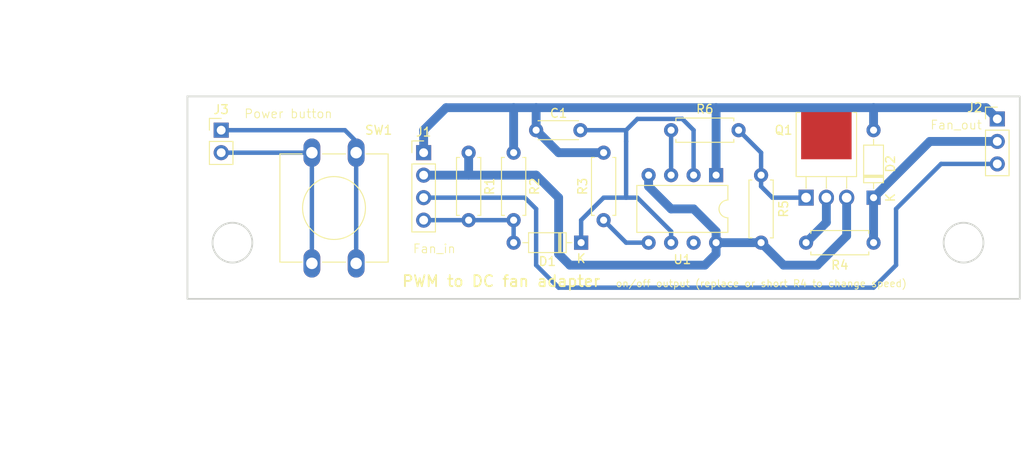
<source format=kicad_pcb>
(kicad_pcb (version 20240108) (generator "pcbnew") (generator_version "8.0")
  (layers (0 "F.Cu" signal) (31 "B.Cu" signal) (34 "B.Paste" user) (35 "F.Paste" user) (36 "B.SilkS" user "B.Silkscreen") (37 "F.SilkS" user "F.Silkscreen") (38 "B.Mask" user) (39 "F.Mask" user) (44 "Edge.Cuts" user))
  (net 0 "")
  (net 1 "Net-(D1-K)")
  (net 2 "GND")
  (net 3 "/PWM")
  (net 4 "/RPM")
  (net 5 "+12V")
  (net 6 "Net-(Q1-G)")
  (net 7 "Net-(Q1-D)")
  (net 8 "Net-(U1-CV)")
  (net 9 "Net-(U1-Q)")
  (net 11 "Net-(D2-K)")
  (net 12 "Net-(J3-Pin_1)")
  (net 13 "Net-(J3-Pin_2)")
  (footprint "Resistor_THT:R_Axial_DIN0207_L6.3mm_D2.5mm_P7.62mm_Horizontal" (layer "F.Cu") (at 139.7 53.34)
    (property "Reference" "R4" (at 3.81 2.54 0) (layer "F.SilkS"))
    (property "Value" "68")
    (fp_line (start 0.54 -1.37) (end 7.08 -1.37) (stroke (width 0.12)) (layer "F.SilkS"))
    (fp_line (start 0.54 -1.04) (end 0.54 -1.37) (stroke (width 0.12)) (layer "F.SilkS"))
    (fp_line (start 0.54 1.04) (end 0.54 1.37) (stroke (width 0.12)) (layer "F.SilkS"))
    (fp_line (start 0.54 1.37) (end 7.08 1.37) (stroke (width 0.12)) (layer "F.SilkS"))
    (fp_line (start 7.08 -1.37) (end 7.08 -1.04) (stroke (width 0.12)) (layer "F.SilkS"))
    (fp_line (start 7.08 1.37) (end 7.08 1.04) (stroke (width 0.12)) (layer "F.SilkS"))
    (pad "1" thru_hole circle (at 0 0) (size 1.6 1.6) (drill 0.8) (layers "*.Cu" "*.Mask") (net 7 "Net-(Q1-D)"))
    (pad "2" thru_hole oval (at 7.62 0) (size 1.6 1.6) (drill 0.8) (layers "*.Cu" "*.Mask") (net 11 "Net-(D2-K)"))
  )
  (footprint "Resistor_THT:R_Axial_DIN0207_L6.3mm_D2.5mm_P7.62mm_Horizontal" (layer "F.Cu") (at 124.46 40.64)
    (property "Reference" "R6" (at 3.81 -2.37 0) (layer "F.SilkS"))
    (property "Value" "10K")
    (fp_line (start 0.54 -1.37) (end 7.08 -1.37) (stroke (width 0.12)) (layer "F.SilkS"))
    (fp_line (start 0.54 -1.04) (end 0.54 -1.37) (stroke (width 0.12)) (layer "F.SilkS"))
    (fp_line (start 0.54 1.04) (end 0.54 1.37) (stroke (width 0.12)) (layer "F.SilkS"))
    (fp_line (start 0.54 1.37) (end 7.08 1.37) (stroke (width 0.12)) (layer "F.SilkS"))
    (fp_line (start 7.08 -1.37) (end 7.08 -1.04) (stroke (width 0.12)) (layer "F.SilkS"))
    (fp_line (start 7.08 1.37) (end 7.08 1.04) (stroke (width 0.12)) (layer "F.SilkS"))
    (pad "1" thru_hole circle (at 0 0) (size 1.6 1.6) (drill 0.8) (layers "*.Cu" "*.Mask") (net 9 "Net-(U1-Q)"))
    (pad "2" thru_hole oval (at 7.62 0) (size 1.6 1.6) (drill 0.8) (layers "*.Cu" "*.Mask") (net 6 "Net-(Q1-G)"))
  )
  (footprint "Diode_THT:D_DO-35_SOD27_P7.62mm_Horizontal" (layer "F.Cu") (at 114.3 53.34 180)
    (property "Reference" "D1" (at 3.81 -2.12 0) (layer "F.SilkS"))
    (property "Value" "D_Schottky")
    (fp_line (start 6.58 0) (end 5.93 0) (stroke (width 0.12)) (layer "F.SilkS"))
    (fp_line (start 5.93 1.12) (end 5.93 -1.12) (stroke (width 0.12)) (layer "F.SilkS"))
    (fp_line (start 5.93 -1.12) (end 1.69 -1.12) (stroke (width 0.12)) (layer "F.SilkS"))
    (fp_line (start 2.53 -1.12) (end 2.53 1.12) (stroke (width 0.12)) (layer "F.SilkS"))
    (fp_line (start 2.41 -1.12) (end 2.41 1.12) (stroke (width 0.12)) (layer "F.SilkS"))
    (fp_line (start 2.29 -1.12) (end 2.29 1.12) (stroke (width 0.12)) (layer "F.SilkS"))
    (fp_line (start 1.69 1.12) (end 5.93 1.12) (stroke (width 0.12)) (layer "F.SilkS"))
    (fp_line (start 1.69 -1.12) (end 1.69 1.12) (stroke (width 0.12)) (layer "F.SilkS"))
    (fp_line (start 1.04 0) (end 1.69 0) (stroke (width 0.12)) (layer "F.SilkS"))
    (fp_text user "K" (at 0 -1.8 0) (layer "F.SilkS"))
    (pad "1" thru_hole rect (at 0 0 180) (size 1.6 1.6) (drill 0.8) (layers "*.Cu" "*.Mask") (net 1 "Net-(D1-K)"))
    (pad "2" thru_hole oval (at 7.62 0 180) (size 1.6 1.6) (drill 0.8) (layers "*.Cu" "*.Mask") (net 3 "/PWM"))
  )
  (footprint "Package_DIP:DIP-8_W7.62mm" (layer "F.Cu") (at 129.54 45.72 -90)
    (property "Reference" "U1" (at 9.525 3.81 180) (layer "F.SilkS"))
    (property "Value" "SA555P")
    (fp_line (start 1.16 8.95) (end 6.46 8.95) (stroke (width 0.12)) (layer "F.SilkS"))
    (fp_line (start 6.46 8.95) (end 6.46 -1.33) (stroke (width 0.12)) (layer "F.SilkS"))
    (fp_line (start 1.16 -1.33) (end 1.16 8.95) (stroke (width 0.12)) (layer "F.SilkS"))
    (fp_line (start 2.81 -1.33) (end 1.16 -1.33) (stroke (width 0.12)) (layer "F.SilkS"))
    (fp_line (start 6.46 -1.33) (end 4.81 -1.33) (stroke (width 0.12)) (layer "F.SilkS"))
    (fp_arc (start 4.81 -1.33) (mid 3.81 -0.33) (end 2.81 -1.33) (stroke (width 0.12)) (layer "F.SilkS"))
    (pad "1" thru_hole rect (at 0 0 270) (size 1.6 1.6) (drill 0.8) (layers "*.Cu" "*.Mask") (net 2 "GND"))
    (pad "2" thru_hole oval (at 0 2.54 270) (size 1.6 1.6) (drill 0.8) (layers "*.Cu" "*.Mask") (net 1 "Net-(D1-K)"))
    (pad "3" thru_hole oval (at 0 5.08 270) (size 1.6 1.6) (drill 0.8) (layers "*.Cu" "*.Mask") (net 9 "Net-(U1-Q)"))
    (pad "4" thru_hole oval (at 0 7.62 270) (size 1.6 1.6) (drill 0.8) (layers "*.Cu" "*.Mask") (net 5 "+12V"))
    (pad "5" thru_hole oval (at 7.62 7.62 270) (size 1.6 1.6) (drill 0.8) (layers "*.Cu" "*.Mask") (net 8 "Net-(U1-CV)"))
    (pad "6" thru_hole oval (at 7.62 5.08 270) (size 1.6 1.6) (drill 0.8) (layers "*.Cu" "*.Mask") (net 1 "Net-(D1-K)"))
    (pad "7" thru_hole oval (at 7.62 2.54 270) (size 1.6 1.6) (drill 0.8) (layers "*.Cu" "*.Mask"))
    (pad "8" thru_hole oval (at 7.62 0 270) (size 1.6 1.6) (drill 0.8) (layers "*.Cu" "*.Mask") (net 5 "+12V"))
  )
  (footprint "Resistor_THT:R_Axial_DIN0207_L6.3mm_D2.5mm_P7.62mm_Horizontal" (layer "F.Cu") (at 134.62 53.34 90)
    (property "Reference" "R5" (at 3.81 2.54 90) (layer "F.SilkS"))
    (property "Value" "10K")
    (fp_line (start 7.08 -1.37) (end 7.08 -1.04) (stroke (width 0.12)) (layer "F.SilkS"))
    (fp_line (start 0.54 -1.37) (end 7.08 -1.37) (stroke (width 0.12)) (layer "F.SilkS"))
    (fp_line (start 0.54 -1.04) (end 0.54 -1.37) (stroke (width 0.12)) (layer "F.SilkS"))
    (fp_line (start 0.54 1.04) (end 0.54 1.37) (stroke (width 0.12)) (layer "F.SilkS"))
    (fp_line (start 7.08 1.37) (end 7.08 1.04) (stroke (width 0.12)) (layer "F.SilkS"))
    (fp_line (start 0.54 1.37) (end 7.08 1.37) (stroke (width 0.12)) (layer "F.SilkS"))
    (pad "1" thru_hole circle (at 0 0 90) (size 1.6 1.6) (drill 0.8) (layers "*.Cu" "*.Mask") (net 5 "+12V"))
    (pad "2" thru_hole oval (at 7.62 0 90) (size 1.6 1.6) (drill 0.8) (layers "*.Cu" "*.Mask") (net 6 "Net-(Q1-G)"))
  )
  (footprint "Resistor_THT:R_Axial_DIN0207_L6.3mm_D2.5mm_P7.62mm_Horizontal" (layer "F.Cu") (at 116.84 50.8 90)
    (property "Reference" "R3" (at 3.81 -2.37 90) (layer "F.SilkS"))
    (property "Value" "1.5K")
    (fp_line (start 7.08 -1.37) (end 7.08 -1.04) (stroke (width 0.12)) (layer "F.SilkS"))
    (fp_line (start 0.54 -1.37) (end 7.08 -1.37) (stroke (width 0.12)) (layer "F.SilkS"))
    (fp_line (start 0.54 -1.04) (end 0.54 -1.37) (stroke (width 0.12)) (layer "F.SilkS"))
    (fp_line (start 0.54 1.04) (end 0.54 1.37) (stroke (width 0.12)) (layer "F.SilkS"))
    (fp_line (start 7.08 1.37) (end 7.08 1.04) (stroke (width 0.12)) (layer "F.SilkS"))
    (fp_line (start 0.54 1.37) (end 7.08 1.37) (stroke (width 0.12)) (layer "F.SilkS"))
    (pad "1" thru_hole circle (at 0 0 90) (size 1.6 1.6) (drill 0.8) (layers "*.Cu" "*.Mask") (net 8 "Net-(U1-CV)"))
    (pad "2" thru_hole oval (at 7.62 0 90) (size 1.6 1.6) (drill 0.8) (layers "*.Cu" "*.Mask") (net 2 "GND"))
  )
  (footprint "Connector_PinHeader_2.54mm:PinHeader_1x04_P2.54mm_Vertical" (layer "F.Cu") (at 96.52 43.18)
    (property "Reference" "J1" (at 0 -2.33 0) (layer "F.SilkS"))
    (property "Value" "Fan_in")
    (fp_line (start -1.33 -1.33) (end 0 -1.33) (stroke (width 0.12)) (layer "F.SilkS"))
    (fp_line (start -1.33 0) (end -1.33 -1.33) (stroke (width 0.12)) (layer "F.SilkS"))
    (fp_line (start -1.33 1.27) (end -1.33 8.95) (stroke (width 0.12)) (layer "F.SilkS"))
    (fp_line (start -1.33 1.27) (end 1.33 1.27) (stroke (width 0.12)) (layer "F.SilkS"))
    (fp_line (start -1.33 8.95) (end 1.33 8.95) (stroke (width 0.12)) (layer "F.SilkS"))
    (fp_line (start 1.33 1.27) (end 1.33 8.95) (stroke (width 0.12)) (layer "F.SilkS"))
    (pad "1" thru_hole rect (at 0 0) (size 1.7 1.7) (drill 1) (layers "*.Cu" "*.Mask") (net 2 "GND"))
    (pad "2" thru_hole oval (at 0 2.54) (size 1.7 1.7) (drill 1) (layers "*.Cu" "*.Mask") (net 5 "+12V"))
    (pad "3" thru_hole oval (at 0 5.08) (size 1.7 1.7) (drill 1) (layers "*.Cu" "*.Mask") (net 4 "/RPM"))
    (pad "4" thru_hole oval (at 0 7.62) (size 1.7 1.7) (drill 1) (layers "*.Cu" "*.Mask") (net 3 "/PWM"))
  )
  (footprint "Connector_PinHeader_2.54mm:PinHeader_1x03_P2.54mm_Vertical" (layer "F.Cu") (at 161.29 39.37)
    (property "Reference" "J2" (at -2.54 -1.27 0) (layer "F.SilkS"))
    (property "Value" "Fan_out")
    (fp_line (start -1.33 -1.33) (end 0 -1.33) (stroke (width 0.12)) (layer "F.SilkS"))
    (fp_line (start -1.33 0) (end -1.33 -1.33) (stroke (width 0.12)) (layer "F.SilkS"))
    (fp_line (start -1.33 1.27) (end -1.33 6.41) (stroke (width 0.12)) (layer "F.SilkS"))
    (fp_line (start -1.33 1.27) (end 1.33 1.27) (stroke (width 0.12)) (layer "F.SilkS"))
    (fp_line (start -1.33 6.41) (end 1.33 6.41) (stroke (width 0.12)) (layer "F.SilkS"))
    (fp_line (start 1.33 1.27) (end 1.33 6.41) (stroke (width 0.12)) (layer "F.SilkS"))
    (pad "1" thru_hole rect (at 0 0) (size 1.7 1.7) (drill 1) (layers "*.Cu" "*.Mask") (net 2 "GND"))
    (pad "2" thru_hole oval (at 0 2.54) (size 1.7 1.7) (drill 1) (layers "*.Cu" "*.Mask") (net 11 "Net-(D2-K)"))
    (pad "3" thru_hole oval (at 0 5.08) (size 1.7 1.7) (drill 1) (layers "*.Cu" "*.Mask") (net 4 "/RPM"))
  )
  (footprint "Button_Switch_THT:SW_PUSH-12mm" (layer "F.Cu") (at 83.9 55.68 90)
    (property "Reference" "SW1" (at 15.04 7.54 180) (layer "F.SilkS"))
    (property "Value" "SW_Power")
    (fp_line (start 12.36 -3.61) (end 12.36 -1.1) (stroke (width 0.12)) (layer "F.SilkS"))
    (fp_line (start 0.14 -3.61) (end 12.36 -3.61) (stroke (width 0.12)) (layer "F.SilkS"))
    (fp_line (start 0.14 -3.61) (end 0.14 -1.1) (stroke (width 0.12)) (layer "F.SilkS"))
    (fp_line (start 12.36 1.2) (end 12.36 3.8) (stroke (width 0.12)) (layer "F.SilkS"))
    (fp_line (start 0.14 1.2) (end 0.14 3.8) (stroke (width 0.12)) (layer "F.SilkS"))
    (fp_line (start 12.36 6.1) (end 12.36 8.61) (stroke (width 0.12)) (layer "F.SilkS"))
    (fp_line (start 0.14 6.1) (end 0.14 8.61) (stroke (width 0.12)) (layer "F.SilkS"))
    (fp_line (start 12.36 8.61) (end 0.14 8.61) (stroke (width 0.12)) (layer "F.SilkS"))
    (fp_circle (center 6.25 2.5) (end 9.8 2.5) (stroke (width 0.12)) (fill none) (layer "F.SilkS"))
    (pad "1" thru_hole oval (at 0 0 90) (size 3.2 1.9) (drill 1.3) (layers "*.Cu" "*.Mask") (net 13 "Net-(J3-Pin_2)"))
    (pad "1" thru_hole oval (at 12.5 0 90) (size 3.2 1.9) (drill 1.3) (layers "*.Cu" "*.Mask") (net 13 "Net-(J3-Pin_2)"))
    (pad "2" thru_hole oval (at 0 5 90) (size 3.2 1.9) (drill 1.3) (layers "*.Cu" "*.Mask") (net 12 "Net-(J3-Pin_1)"))
    (pad "2" thru_hole oval (at 12.5 5 90) (size 3.2 1.9) (drill 1.3) (layers "*.Cu" "*.Mask") (net 12 "Net-(J3-Pin_1)"))
  )
  (footprint "Diode_THT:D_DO-35_SOD27_P7.62mm_Horizontal" (layer "F.Cu") (at 147.32 48.26 90)
    (property "Reference" "D2" (at 3.81 1.905 90) (layer "F.SilkS"))
    (property "Value" "D")
    (fp_line (start 5.93 -1.12) (end 1.69 -1.12) (stroke (width 0.12)) (layer "F.SilkS"))
    (fp_line (start 2.53 -1.12) (end 2.53 1.12) (stroke (width 0.12)) (layer "F.SilkS"))
    (fp_line (start 2.41 -1.12) (end 2.41 1.12) (stroke (width 0.12)) (layer "F.SilkS"))
    (fp_line (start 2.29 -1.12) (end 2.29 1.12) (stroke (width 0.12)) (layer "F.SilkS"))
    (fp_line (start 1.69 -1.12) (end 1.69 1.12) (stroke (width 0.12)) (layer "F.SilkS"))
    (fp_line (start 6.58 0) (end 5.93 0) (stroke (width 0.12)) (layer "F.SilkS"))
    (fp_line (start 1.04 0) (end 1.69 0) (stroke (width 0.12)) (layer "F.SilkS"))
    (fp_line (start 5.93 1.12) (end 5.93 -1.12) (stroke (width 0.12)) (layer "F.SilkS"))
    (fp_line (start 1.69 1.12) (end 5.93 1.12) (stroke (width 0.12)) (layer "F.SilkS"))
    (fp_text user "K" (at 0 1.905 90) (layer "F.SilkS"))
    (pad "1" thru_hole rect (at 0 0 90) (size 1.6 1.6) (drill 0.8) (layers "*.Cu" "*.Mask") (net 11 "Net-(D2-K)"))
    (pad "2" thru_hole oval (at 7.62 0 90) (size 1.6 1.6) (drill 0.8) (layers "*.Cu" "*.Mask") (net 2 "GND"))
  )
  (footprint "Resistor_THT:R_Axial_DIN0207_L6.3mm_D2.5mm_P7.62mm_Horizontal" (layer "F.Cu") (at 106.68 43.18 -90)
    (property "Reference" "R2" (at 3.81 -2.37 90) (layer "F.SilkS"))
    (property "Value" "3.3K")
    (fp_line (start 0.54 1.37) (end 7.08 1.37) (stroke (width 0.12)) (layer "F.SilkS"))
    (fp_line (start 7.08 1.37) (end 7.08 1.04) (stroke (width 0.12)) (layer "F.SilkS"))
    (fp_line (start 0.54 1.04) (end 0.54 1.37) (stroke (width 0.12)) (layer "F.SilkS"))
    (fp_line (start 0.54 -1.04) (end 0.54 -1.37) (stroke (width 0.12)) (layer "F.SilkS"))
    (fp_line (start 0.54 -1.37) (end 7.08 -1.37) (stroke (width 0.12)) (layer "F.SilkS"))
    (fp_line (start 7.08 -1.37) (end 7.08 -1.04) (stroke (width 0.12)) (layer "F.SilkS"))
    (pad "1" thru_hole circle (at 0 0 270) (size 1.6 1.6) (drill 0.8) (layers "*.Cu" "*.Mask") (net 2 "GND"))
    (pad "2" thru_hole oval (at 7.62 0 270) (size 1.6 1.6) (drill 0.8) (layers "*.Cu" "*.Mask") (net 3 "/PWM"))
  )
  (footprint "Resistor_THT:R_Axial_DIN0207_L6.3mm_D2.5mm_P7.62mm_Horizontal" (layer "F.Cu") (at 101.6 43.18 -90)
    (property "Reference" "R1" (at 3.81 -2.37 90) (layer "F.SilkS"))
    (property "Value" "10K")
    (fp_line (start 0.54 1.37) (end 7.08 1.37) (stroke (width 0.12)) (layer "F.SilkS"))
    (fp_line (start 7.08 1.37) (end 7.08 1.04) (stroke (width 0.12)) (layer "F.SilkS"))
    (fp_line (start 0.54 1.04) (end 0.54 1.37) (stroke (width 0.12)) (layer "F.SilkS"))
    (fp_line (start 0.54 -1.04) (end 0.54 -1.37) (stroke (width 0.12)) (layer "F.SilkS"))
    (fp_line (start 0.54 -1.37) (end 7.08 -1.37) (stroke (width 0.12)) (layer "F.SilkS"))
    (fp_line (start 7.08 -1.37) (end 7.08 -1.04) (stroke (width 0.12)) (layer "F.SilkS"))
    (pad "1" thru_hole circle (at 0 0 270) (size 1.6 1.6) (drill 0.8) (layers "*.Cu" "*.Mask") (net 5 "+12V"))
    (pad "2" thru_hole oval (at 7.62 0 270) (size 1.6 1.6) (drill 0.8) (layers "*.Cu" "*.Mask") (net 3 "/PWM"))
  )
  (footprint "Package_TO_SOT_THT:TO-251-3-1EP_Horizontal_TabDown" (layer "F.Cu") (at 139.7 48.26)
    (property "Reference" "Q1" (at -2.54 -7.62 0) (layer "F.SilkS"))
    (property "Value" "IRFU5305PbF")
    (fp_line (start -1.12 -9.62) (end -1.12 -2.38) (stroke (width 0.12)) (layer "F.SilkS"))
    (fp_line (start -1.12 -9.62) (end -0.711 -9.62) (stroke (width 0.12)) (layer "F.SilkS"))
    (fp_line (start -1.12 -2.38) (end 5.7 -2.38) (stroke (width 0.12)) (layer "F.SilkS"))
    (fp_line (start 0 -2.38) (end 0 -1.05) (stroke (width 0.12)) (layer "F.SilkS"))
    (fp_line (start 2.29 -2.38) (end 2.29 -1.05) (stroke (width 0.12)) (layer "F.SilkS"))
    (fp_line (start 4.58 -2.38) (end 4.58 -1.05) (stroke (width 0.12)) (layer "F.SilkS"))
    (fp_line (start 5.291 -9.62) (end 5.7 -9.62) (stroke (width 0.12)) (layer "F.SilkS"))
    (fp_line (start 5.7 -9.62) (end 5.7 -2.38) (stroke (width 0.12)) (layer "F.SilkS"))
    (pad "1" thru_hole rect (at 0 0) (size 1.7175 1.8) (drill 1.1) (layers "*.Cu" "*.Mask") (net 6 "Net-(Q1-G)"))
    (pad "2" thru_hole oval (at 2.29 0) (size 1.7175 1.8) (drill 1.1) (layers "*.Cu" "*.Mask") (net 7 "Net-(Q1-D)"))
    (pad "3" thru_hole oval (at 4.58 0) (size 1.7175 1.8) (drill 1.1) (layers "*.Cu" "*.Mask") (net 5 "+12V"))
    (pad "4" smd rect (at 2.29 -7.433333) (size 5.7 6.2) (layers "F.Cu" "F.Paste" "F.Mask"))
  )
  (footprint "Capacitor_THT:C_Disc_D4.3mm_W1.9mm_P5.00mm" (layer "F.Cu") (at 114.22 40.64 180)
    (property "Reference" "C1" (at 2.46 1.905 0) (layer "F.SilkS"))
    (property "Value" "10nF")
    (fp_line (start 4.77 1.055) (end 4.77 1.07) (stroke (width 0.12)) (layer "F.SilkS"))
    (fp_line (start 4.77 -1.07) (end 4.77 -1.055) (stroke (width 0.12)) (layer "F.SilkS"))
    (fp_line (start 0.23 1.07) (end 4.77 1.07) (stroke (width 0.12)) (layer "F.SilkS"))
    (fp_line (start 0.23 1.055) (end 0.23 1.07) (stroke (width 0.12)) (layer "F.SilkS"))
    (fp_line (start 0.23 -1.07) (end 4.77 -1.07) (stroke (width 0.12)) (layer "F.SilkS"))
    (fp_line (start 0.23 -1.07) (end 0.23 -1.055) (stroke (width 0.12)) (layer "F.SilkS"))
    (pad "1" thru_hole circle (at 0 0 180) (size 1.6 1.6) (drill 0.8) (layers "*.Cu" "*.Mask") (net 1 "Net-(D1-K)"))
    (pad "2" thru_hole circle (at 5 0 180) (size 1.6 1.6) (drill 0.8) (layers "*.Cu" "*.Mask") (net 2 "GND"))
  )
  (footprint "Connector_PinHeader_2.54mm:PinHeader_1x02_P2.54mm_Vertical" (layer "F.Cu") (at 73.66 40.64)
    (property "Reference" "J3" (at 0 -2.33 0) (layer "F.SilkS"))
    (property "Value" "Conn_PowerButton")
    (fp_line (start -1.33 -1.33) (end 0 -1.33) (stroke (width 0.12)) (layer "F.SilkS"))
    (fp_line (start -1.33 0) (end -1.33 -1.33) (stroke (width 0.12)) (layer "F.SilkS"))
    (fp_line (start -1.33 1.27) (end -1.33 3.87) (stroke (width 0.12)) (layer "F.SilkS"))
    (fp_line (start -1.33 1.27) (end 1.33 1.27) (stroke (width 0.12)) (layer "F.SilkS"))
    (fp_line (start -1.33 3.87) (end 1.33 3.87) (stroke (width 0.12)) (layer "F.SilkS"))
    (fp_line (start 1.33 1.27) (end 1.33 3.87) (stroke (width 0.12)) (layer "F.SilkS"))
    (pad "1" thru_hole rect (at 0 0) (size 1.7 1.7) (drill 1) (layers "*.Cu" "*.Mask") (net 12 "Net-(J3-Pin_1)"))
    (pad "2" thru_hole oval (at 0 2.54) (size 1.7 1.7) (drill 1) (layers "*.Cu" "*.Mask") (net 13 "Net-(J3-Pin_2)"))
  )
  (gr_circle (center 157.48 53.34) (end 159.73 53.34) (stroke (width 0.2)) (fill none) (layer "Edge.Cuts"))
  (gr_circle (center 74.93 53.34) (end 77.18 53.34) (stroke (width 0.2)) (fill none) (layer "Edge.Cuts"))
  (gr_rect (start 69.85 36.83) (end 163.83 59.69) (stroke (width 0.2)) (fill none) (layer "Edge.Cuts"))
  (gr_text "Fan_in" (at 95.25 54.61 0) (layer "F.SilkS") (effects (font (size 1 1) (thickness 0.1)) (justify left bottom)))
  (gr_text "Power button" (at 76.2 39.37 0) (layer "F.SilkS") (effects (font (size 1 1) (thickness 0.1)) (justify left bottom)))
  (gr_text "Fan_out" (at 153.67 40.64 0) (layer "F.SilkS") (effects (font (size 1 1) (thickness 0.1)) (justify left bottom)))
  (gr_text "on/off output (replace or short R4 to change speed)" (at 151.13 58.42 0) (layer "F.SilkS") (effects (font (size 0.8 0.8) (thickness 0.1)) (justify right bottom)))
  (gr_text "PWM to DC fan adapter" (at 93.98 58.42 0) (layer "F.SilkS") (effects (font (size 1.25 1.25) (thickness 0.2) (bold yes)) (justify left bottom)))
  (segment (start 124.46 53.34) (end 124.46 52.07) (width 0.5) (layer "B.Cu") (net 1))
  (segment (start 127 45.72) (end 127 40.64) (width 0.5) (layer "B.Cu") (net 1))
  (segment (start 120.65 39.37) (end 119.38 40.64) (width 0.5) (layer "B.Cu") (net 1))
  (segment (start 114.22 40.64) (end 119.38 40.64) (width 0.5) (layer "B.Cu") (net 1))
  (segment (start 125.73 39.37) (end 120.65 39.37) (width 0.5) (layer "B.Cu") (net 1))
  (segment (start 127 40.64) (end 125.73 39.37) (width 0.5) (layer "B.Cu") (net 1))
  (segment (start 114.3 50.8) (end 116.84 48.26) (width 0.5) (layer "B.Cu") (net 1))
  (segment (start 124.46 52.07) (end 120.65 48.26) (width 0.5) (layer "B.Cu") (net 1))
  (segment (start 114.3 53.34) (end 114.3 50.8) (width 0.5) (layer "B.Cu") (net 1))
  (segment (start 119.38 41.91) (end 119.38 40.64) (width 0.5) (layer "B.Cu") (net 1))
  (segment (start 116.84 48.26) (end 119.38 48.26) (width 0.5) (layer "B.Cu") (net 1))
  (segment (start 119.38 48.26) (end 119.38 41.91) (width 0.5) (layer "B.Cu") (net 1))
  (segment (start 119.38 48.26) (end 120.65 48.26) (width 0.5) (layer "B.Cu") (net 1))
  (segment (start 147.32 38.1) (end 160.02 38.1) (width 1) (layer "B.Cu") (net 2))
  (segment (start 160.02 38.1) (end 161.29 39.37) (width 1) (layer "B.Cu") (net 2))
  (segment (start 106.68 38.1) (end 109.22 38.1) (width 1) (layer "B.Cu") (net 2))
  (segment (start 96.52 40.64) (end 99.06 38.1) (width 1) (layer "B.Cu") (net 2))
  (segment (start 129.54 38.1) (end 147.32 38.1) (width 1) (layer "B.Cu") (net 2))
  (segment (start 96.52 43.18) (end 96.52 40.64) (width 1) (layer "B.Cu") (net 2))
  (segment (start 109.22 38.1) (end 129.54 38.1) (width 1) (layer "B.Cu") (net 2))
  (segment (start 109.22 40.64) (end 109.22 38.1) (width 1) (layer "B.Cu") (net 2))
  (segment (start 111.76 43.18) (end 109.22 40.64) (width 1) (layer "B.Cu") (net 2))
  (segment (start 116.84 43.18) (end 111.76 43.18) (width 1) (layer "B.Cu") (net 2))
  (segment (start 147.32 38.1) (end 147.32 40.64) (width 1) (layer "B.Cu") (net 2))
  (segment (start 129.54 45.72) (end 129.54 38.1) (width 1) (layer "B.Cu") (net 2))
  (segment (start 99.06 38.1) (end 106.68 38.1) (width 1) (layer "B.Cu") (net 2))
  (segment (start 106.68 43.18) (end 106.68 38.1) (width 1) (layer "B.Cu") (net 2))
  (segment (start 106.68 50.8) (end 106.68 53.34) (width 0.5) (layer "B.Cu") (net 3))
  (segment (start 101.6 50.8) (end 106.68 50.8) (width 0.5) (layer "B.Cu") (net 3))
  (segment (start 96.52 50.8) (end 101.6 50.8) (width 0.5) (layer "B.Cu") (net 3))
  (segment (start 147.32 58.42) (end 149.86 55.88) (width 0.5) (layer "B.Cu") (net 4))
  (segment (start 111.76 58.42) (end 147.32 58.42) (width 0.5) (layer "B.Cu") (net 4))
  (segment (start 149.86 49.53) (end 154.94 44.45) (width 0.5) (layer "B.Cu") (net 4))
  (segment (start 149.86 55.88) (end 149.86 49.53) (width 0.5) (layer "B.Cu") (net 4))
  (segment (start 107.95 48.26) (end 109.22 49.53) (width 0.5) (layer "B.Cu") (net 4))
  (segment (start 154.94 44.45) (end 161.29 44.45) (width 0.5) (layer "B.Cu") (net 4))
  (segment (start 109.22 49.53) (end 109.22 55.88) (width 0.5) (layer "B.Cu") (net 4))
  (segment (start 109.22 55.88) (end 111.76 58.42) (width 0.5) (layer "B.Cu") (net 4))
  (segment (start 96.52 48.26) (end 107.95 48.26) (width 0.5) (layer "B.Cu") (net 4))
  (segment (start 111.76 48.26) (end 109.22 45.72) (width 1) (layer "B.Cu") (net 5))
  (segment (start 111.76 54.61) (end 111.76 48.26) (width 1) (layer "B.Cu") (net 5))
  (segment (start 129.54 53.34) (end 129.54 54.61) (width 1) (layer "B.Cu") (net 5))
  (segment (start 101.6 45.72) (end 101.6 43.18) (width 1) (layer "B.Cu") (net 5))
  (segment (start 140.97 55.88) (end 144.28 52.57) (width 1) (layer "B.Cu") (net 5))
  (segment (start 129.54 53.34) (end 129.54 52.07) (width 1) (layer "B.Cu") (net 5))
  (segment (start 134.62 53.34) (end 137.16 55.88) (width 1) (layer "B.Cu") (net 5))
  (segment (start 137.16 55.88) (end 140.97 55.88) (width 1) (layer "B.Cu") (net 5))
  (segment (start 96.52 45.72) (end 101.6 45.72) (width 1) (layer "B.Cu") (net 5))
  (segment (start 121.92 46.99) (end 121.92 45.72) (width 1) (layer "B.Cu") (net 5))
  (segment (start 144.28 52.57) (end 144.28 48.26) (width 1) (layer "B.Cu") (net 5))
  (segment (start 111.76 54.61) (end 113.03 55.88) (width 1) (layer "B.Cu") (net 5))
  (segment (start 129.54 54.61) (end 128.27 55.88) (width 1) (layer "B.Cu") (net 5))
  (segment (start 109.22 45.72) (end 101.6 45.72) (width 1) (layer "B.Cu") (net 5))
  (segment (start 129.54 53.34) (end 134.62 53.34) (width 1) (layer "B.Cu") (net 5))
  (segment (start 127 49.53) (end 124.46 49.53) (width 1) (layer "B.Cu") (net 5))
  (segment (start 128.27 55.88) (end 113.03 55.88) (width 1) (layer "B.Cu") (net 5))
  (segment (start 129.54 52.07) (end 127 49.53) (width 1) (layer "B.Cu") (net 5))
  (segment (start 124.46 49.53) (end 121.92 46.99) (width 1) (layer "B.Cu") (net 5))
  (segment (start 134.62 46.99) (end 134.62 45.72) (width 0.5) (layer "B.Cu") (net 6))
  (segment (start 139.7 48.26) (end 135.89 48.26) (width 0.5) (layer "B.Cu") (net 6))
  (segment (start 134.62 43.18) (end 134.62 45.72) (width 0.5) (layer "B.Cu") (net 6))
  (segment (start 132.08 40.64) (end 134.62 43.18) (width 0.5) (layer "B.Cu") (net 6))
  (segment (start 135.89 48.26) (end 134.62 46.99) (width 0.5) (layer "B.Cu") (net 6))
  (segment (start 141.99 51.05) (end 139.7 53.34) (width 1) (layer "B.Cu") (net 7))
  (segment (start 141.99 48.26) (end 141.99 51.05) (width 1) (layer "B.Cu") (net 7))
  (segment (start 121.92 53.34) (end 119.38 53.34) (width 0.5) (layer "B.Cu") (net 8))
  (segment (start 116.84 50.8) (end 119.38 53.34) (width 0.5) (layer "B.Cu") (net 8))
  (segment (start 124.46 45.72) (end 124.46 40.64) (width 0.5) (layer "B.Cu") (net 9))
  (segment (start 153.67 41.91) (end 161.29 41.91) (width 1) (layer "B.Cu") (net 11))
  (segment (start 147.32 48.26) (end 153.67 41.91) (width 1) (layer "B.Cu") (net 11))
  (segment (start 147.32 53.34) (end 147.32 48.26) (width 1) (layer "B.Cu") (net 11))
  (segment (start 88.9 41.91) (end 88.9 43.18) (width 0.5) (layer "B.Cu") (net 12))
  (segment (start 73.66 40.64) (end 87.63 40.64) (width 0.5) (layer "B.Cu") (net 12))
  (segment (start 87.63 40.64) (end 88.9 41.91) (width 0.5) (layer "B.Cu") (net 12))
  (segment (start 88.9 44.45) (end 88.9 56.95) (width 0.5) (layer "B.Cu") (net 12))
  (segment (start 88.9 43.18) (end 88.9 44.45) (width 0.5) (layer "B.Cu") (net 12))
  (segment (start 83.9 44.45) (end 83.9 56.95) (width 0.5) (layer "B.Cu") (net 13))
  (segment (start 73.66 43.18) (end 83.9 43.18) (width 0.5) (layer "B.Cu") (net 13))
)
</source>
